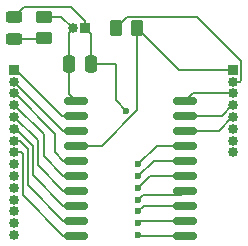
<source format=gbr>
%TF.GenerationSoftware,KiCad,Pcbnew,8.0.0*%
%TF.CreationDate,2024-03-24T15:12:36-05:00*%
%TF.ProjectId,PIC Developement Board v1.0,50494320-4465-4766-956c-6f70656d656e,rev?*%
%TF.SameCoordinates,Original*%
%TF.FileFunction,Copper,L1,Top*%
%TF.FilePolarity,Positive*%
%FSLAX46Y46*%
G04 Gerber Fmt 4.6, Leading zero omitted, Abs format (unit mm)*
G04 Created by KiCad (PCBNEW 8.0.0) date 2024-03-24 15:12:36*
%MOMM*%
%LPD*%
G01*
G04 APERTURE LIST*
G04 Aperture macros list*
%AMRoundRect*
0 Rectangle with rounded corners*
0 $1 Rounding radius*
0 $2 $3 $4 $5 $6 $7 $8 $9 X,Y pos of 4 corners*
0 Add a 4 corners polygon primitive as box body*
4,1,4,$2,$3,$4,$5,$6,$7,$8,$9,$2,$3,0*
0 Add four circle primitives for the rounded corners*
1,1,$1+$1,$2,$3*
1,1,$1+$1,$4,$5*
1,1,$1+$1,$6,$7*
1,1,$1+$1,$8,$9*
0 Add four rect primitives between the rounded corners*
20,1,$1+$1,$2,$3,$4,$5,0*
20,1,$1+$1,$4,$5,$6,$7,0*
20,1,$1+$1,$6,$7,$8,$9,0*
20,1,$1+$1,$8,$9,$2,$3,0*%
G04 Aperture macros list end*
%TA.AperFunction,SMDPad,CuDef*%
%ADD10RoundRect,0.243750X-0.456250X0.243750X-0.456250X-0.243750X0.456250X-0.243750X0.456250X0.243750X0*%
%TD*%
%TA.AperFunction,SMDPad,CuDef*%
%ADD11RoundRect,0.250000X-0.450000X0.262500X-0.450000X-0.262500X0.450000X-0.262500X0.450000X0.262500X0*%
%TD*%
%TA.AperFunction,ComponentPad*%
%ADD12R,0.850000X0.850000*%
%TD*%
%TA.AperFunction,ComponentPad*%
%ADD13O,0.850000X0.850000*%
%TD*%
%TA.AperFunction,SMDPad,CuDef*%
%ADD14RoundRect,0.250000X0.250000X0.475000X-0.250000X0.475000X-0.250000X-0.475000X0.250000X-0.475000X0*%
%TD*%
%TA.AperFunction,SMDPad,CuDef*%
%ADD15RoundRect,0.150000X-0.875000X-0.150000X0.875000X-0.150000X0.875000X0.150000X-0.875000X0.150000X0*%
%TD*%
%TA.AperFunction,SMDPad,CuDef*%
%ADD16RoundRect,0.250000X-0.262500X-0.450000X0.262500X-0.450000X0.262500X0.450000X-0.262500X0.450000X0*%
%TD*%
%TA.AperFunction,ViaPad*%
%ADD17C,0.600000*%
%TD*%
%TA.AperFunction,Conductor*%
%ADD18C,0.200000*%
%TD*%
G04 APERTURE END LIST*
D10*
%TO.P,D1,1,K*%
%TO.N,Earth*%
X141000000Y-89000000D03*
%TO.P,D1,2,A*%
%TO.N,Net-(D1-A)*%
X141000000Y-90875000D03*
%TD*%
D11*
%TO.P,R2,1*%
%TO.N,Net-(J1-Pin_2)*%
X143500000Y-89000000D03*
%TO.P,R2,2*%
%TO.N,Net-(D1-A)*%
X143500000Y-90825000D03*
%TD*%
D12*
%TO.P,J4,1,Pin_1*%
%TO.N,Earth*%
X147000000Y-90000000D03*
D13*
%TO.P,J4,2,Pin_2*%
%TO.N,Net-(J1-Pin_2)*%
X146000000Y-90000000D03*
%TD*%
D14*
%TO.P,C1,1*%
%TO.N,Earth*%
X147500000Y-93000000D03*
%TO.P,C1,2*%
%TO.N,Net-(J1-Pin_2)*%
X145600000Y-93000000D03*
%TD*%
D12*
%TO.P,J1,1,Pin_1*%
%TO.N,Net-(J1-Pin_1)*%
X159500000Y-93500000D03*
D13*
%TO.P,J1,2,Pin_2*%
%TO.N,Net-(J1-Pin_2)*%
X159500000Y-94500000D03*
%TO.P,J1,3,Pin_3*%
%TO.N,Earth*%
X159500000Y-95500000D03*
%TO.P,J1,4,Pin_4*%
%TO.N,Net-(J1-Pin_4)*%
X159500000Y-96500000D03*
%TO.P,J1,5,Pin_5*%
%TO.N,Net-(J1-Pin_5)*%
X159500000Y-97500000D03*
%TO.P,J1,6,Pin_6*%
%TO.N,unconnected-(J1-Pin_6-Pad6)*%
X159500000Y-98500000D03*
%TO.P,J1,7,Pin_7*%
%TO.N,unconnected-(J1-Pin_7-Pad7)*%
X159500000Y-99500000D03*
%TO.P,J1,8,Pin_8*%
%TO.N,unconnected-(J1-Pin_8-Pad8)*%
X159500000Y-100500000D03*
%TD*%
D15*
%TO.P,U1,1,Vdd*%
%TO.N,Net-(J1-Pin_2)*%
X146200000Y-96110000D03*
%TO.P,U1,2,RA5*%
%TO.N,Net-(J3-Pin_1)*%
X146200000Y-97380000D03*
%TO.P,U1,3,RA4*%
%TO.N,Net-(J3-Pin_2)*%
X146200000Y-98650000D03*
%TO.P,U1,4,Vpp/RA3*%
%TO.N,Net-(J1-Pin_1)*%
X146200000Y-99920000D03*
%TO.P,U1,5,RC5*%
%TO.N,Net-(J3-Pin_3)*%
X146200000Y-101190000D03*
%TO.P,U1,6,RC4*%
%TO.N,Net-(J3-Pin_4)*%
X146200000Y-102460000D03*
%TO.P,U1,7,RC3*%
%TO.N,Net-(J3-Pin_5)*%
X146200000Y-103730000D03*
%TO.P,U1,8,RC6*%
%TO.N,Net-(J3-Pin_6)*%
X146200000Y-105000000D03*
%TO.P,U1,9,RC7*%
%TO.N,Net-(J3-Pin_7)*%
X146200000Y-106270000D03*
%TO.P,U1,10,RB7*%
%TO.N,Net-(J3-Pin_8)*%
X146200000Y-107540000D03*
%TO.P,U1,11,RB6*%
%TO.N,Net-(J3-Pin_15)*%
X155500000Y-107540000D03*
%TO.P,U1,12,RB5*%
%TO.N,Net-(J3-Pin_14)*%
X155500000Y-106270000D03*
%TO.P,U1,13,RB4*%
%TO.N,Net-(J3-Pin_13)*%
X155500000Y-105000000D03*
%TO.P,U1,14,RC2*%
%TO.N,Net-(J3-Pin_12)*%
X155500000Y-103730000D03*
%TO.P,U1,15,RC1*%
%TO.N,Net-(J3-Pin_11)*%
X155500000Y-102460000D03*
%TO.P,U1,16,RC0*%
%TO.N,Net-(J3-Pin_10)*%
X155500000Y-101190000D03*
%TO.P,U1,17,RA2*%
%TO.N,Net-(J3-Pin_9)*%
X155500000Y-99920000D03*
%TO.P,U1,18,RA1/ICSPCLK*%
%TO.N,Net-(J1-Pin_5)*%
X155500000Y-98650000D03*
%TO.P,U1,19,RA0/ICSPDAT*%
%TO.N,Net-(J1-Pin_4)*%
X155500000Y-97380000D03*
%TO.P,U1,20,Vss*%
%TO.N,Earth*%
X155500000Y-96110000D03*
%TD*%
D16*
%TO.P,R1,1*%
%TO.N,Net-(J1-Pin_2)*%
X149587500Y-90000000D03*
%TO.P,R1,2*%
%TO.N,Net-(J1-Pin_1)*%
X151412500Y-90000000D03*
%TD*%
D12*
%TO.P,J3,1,Pin_1*%
%TO.N,Net-(J3-Pin_1)*%
X141000000Y-93500000D03*
D13*
%TO.P,J3,2,Pin_2*%
%TO.N,Net-(J3-Pin_2)*%
X141000000Y-94500000D03*
%TO.P,J3,3,Pin_3*%
%TO.N,Net-(J3-Pin_3)*%
X141000000Y-95500000D03*
%TO.P,J3,4,Pin_4*%
%TO.N,Net-(J3-Pin_4)*%
X141000000Y-96500000D03*
%TO.P,J3,5,Pin_5*%
%TO.N,Net-(J3-Pin_5)*%
X141000000Y-97500000D03*
%TO.P,J3,6,Pin_6*%
%TO.N,Net-(J3-Pin_6)*%
X141000000Y-98500000D03*
%TO.P,J3,7,Pin_7*%
%TO.N,Net-(J3-Pin_7)*%
X141000000Y-99500000D03*
%TO.P,J3,8,Pin_8*%
%TO.N,Net-(J3-Pin_8)*%
X141000000Y-100500000D03*
%TO.P,J3,9,Pin_9*%
%TO.N,Net-(J3-Pin_9)*%
X141000000Y-101500000D03*
%TO.P,J3,10,Pin_10*%
%TO.N,Net-(J3-Pin_10)*%
X141000000Y-102500000D03*
%TO.P,J3,11,Pin_11*%
%TO.N,Net-(J3-Pin_11)*%
X141000000Y-103500000D03*
%TO.P,J3,12,Pin_12*%
%TO.N,Net-(J3-Pin_12)*%
X141000000Y-104500000D03*
%TO.P,J3,13,Pin_13*%
%TO.N,Net-(J3-Pin_13)*%
X141000000Y-105500000D03*
%TO.P,J3,14,Pin_14*%
%TO.N,Net-(J3-Pin_14)*%
X141000000Y-106500000D03*
%TO.P,J3,15,Pin_15*%
%TO.N,Net-(J3-Pin_15)*%
X141000000Y-107500000D03*
%TD*%
D17*
%TO.N,Net-(J3-Pin_13)*%
X151500000Y-105500000D03*
%TO.N,Net-(J3-Pin_12)*%
X151500000Y-104500000D03*
%TO.N,Net-(J3-Pin_14)*%
X151500000Y-106500000D03*
%TO.N,Net-(J3-Pin_9)*%
X151500000Y-101500000D03*
%TO.N,Net-(J3-Pin_11)*%
X151500000Y-103500000D03*
%TO.N,Net-(J3-Pin_15)*%
X151500000Y-107500000D03*
%TO.N,Net-(J3-Pin_10)*%
X151500000Y-102500000D03*
%TO.N,Earth*%
X150500000Y-97000000D03*
%TD*%
D18*
%TO.N,Net-(J1-Pin_2)*%
X156450000Y-89000000D02*
X150587500Y-89000000D01*
X160225000Y-92775000D02*
X156450000Y-89000000D01*
X160225000Y-94376040D02*
X160225000Y-92775000D01*
X160101040Y-94500000D02*
X160225000Y-94376040D01*
X159500000Y-94500000D02*
X160101040Y-94500000D01*
X150587500Y-89000000D02*
X149587500Y-90000000D01*
%TO.N,Net-(D1-A)*%
X143450000Y-90875000D02*
X143500000Y-90825000D01*
X141000000Y-90875000D02*
X143450000Y-90875000D01*
%TO.N,Net-(J1-Pin_2)*%
X145600000Y-93000000D02*
X145600000Y-90400000D01*
X145600000Y-90400000D02*
X146000000Y-90000000D01*
X145600000Y-93000000D02*
X145600000Y-95510000D01*
X145600000Y-95510000D02*
X146200000Y-96110000D01*
X145000000Y-89000000D02*
X146000000Y-90000000D01*
X143500000Y-89000000D02*
X145000000Y-89000000D01*
%TO.N,Net-(J1-Pin_1)*%
X148428529Y-99920000D02*
X151412500Y-96936029D01*
X146200000Y-99920000D02*
X148428529Y-99920000D01*
X154912500Y-93500000D02*
X151412500Y-90000000D01*
X151412500Y-96936029D02*
X151412500Y-90000000D01*
X159500000Y-93500000D02*
X154912500Y-93500000D01*
%TO.N,Net-(J1-Pin_5)*%
X159474695Y-97500000D02*
X159500000Y-97500000D01*
X158324695Y-98650000D02*
X159474695Y-97500000D01*
X155500000Y-98650000D02*
X158324695Y-98650000D01*
%TO.N,Net-(J1-Pin_4)*%
X158594695Y-97380000D02*
X159474695Y-96500000D01*
X155500000Y-97380000D02*
X158594695Y-97380000D01*
X159474695Y-96500000D02*
X159500000Y-96500000D01*
%TO.N,Net-(J3-Pin_13)*%
X155500000Y-105000000D02*
X152000000Y-105000000D01*
X152000000Y-105000000D02*
X151500000Y-105500000D01*
%TO.N,Net-(J3-Pin_12)*%
X155500000Y-103730000D02*
X155130000Y-104100000D01*
X151900000Y-104100000D02*
X151500000Y-104500000D01*
X155130000Y-104100000D02*
X151900000Y-104100000D01*
%TO.N,Net-(J3-Pin_8)*%
X141725000Y-104089999D02*
X141725000Y-100623960D01*
X141601040Y-100500000D02*
X141000000Y-100500000D01*
X141725000Y-100623960D02*
X141601040Y-100500000D01*
X145175001Y-107540000D02*
X141725000Y-104089999D01*
X146200000Y-107540000D02*
X145175001Y-107540000D01*
%TO.N,Net-(J3-Pin_14)*%
X151730000Y-106270000D02*
X151500000Y-106500000D01*
X155500000Y-106270000D02*
X151730000Y-106270000D01*
%TO.N,Net-(J3-Pin_9)*%
X153080000Y-99920000D02*
X151500000Y-101500000D01*
X155500000Y-99920000D02*
X153080000Y-99920000D01*
%TO.N,Net-(J3-Pin_11)*%
X152540000Y-102460000D02*
X151500000Y-103500000D01*
X155500000Y-102460000D02*
X152540000Y-102460000D01*
%TO.N,Net-(J3-Pin_15)*%
X155500000Y-107540000D02*
X151540000Y-107540000D01*
X151540000Y-107540000D02*
X151500000Y-107500000D01*
%TO.N,Net-(J3-Pin_10)*%
X155500000Y-101190000D02*
X152810000Y-101190000D01*
X152810000Y-101190000D02*
X151500000Y-102500000D01*
%TO.N,Net-(J3-Pin_4)*%
X143500000Y-98974695D02*
X141025305Y-96500000D01*
X145175001Y-102460000D02*
X143500000Y-100784999D01*
X143500000Y-100784999D02*
X143500000Y-98974695D01*
X141025305Y-96500000D02*
X141000000Y-96500000D01*
X146200000Y-102460000D02*
X145175001Y-102460000D01*
%TO.N,Net-(J3-Pin_3)*%
X144479657Y-98913971D02*
X141065686Y-95500000D01*
X141065686Y-95500000D02*
X141000000Y-95500000D01*
X145175001Y-101190000D02*
X144479657Y-100494656D01*
X144479657Y-100494656D02*
X144479657Y-98913971D01*
X146200000Y-101190000D02*
X145175001Y-101190000D01*
%TO.N,Net-(J3-Pin_7)*%
X141500000Y-99500000D02*
X141000000Y-99500000D01*
X145175001Y-106270000D02*
X142200000Y-103294999D01*
X142200000Y-103294999D02*
X142200000Y-100200000D01*
X142200000Y-100200000D02*
X141500000Y-99500000D01*
X146200000Y-106270000D02*
X145175001Y-106270000D01*
%TO.N,Net-(J3-Pin_1)*%
X146200000Y-97380000D02*
X145046726Y-97380000D01*
X141166726Y-93500000D02*
X141000000Y-93500000D01*
X145046726Y-97380000D02*
X141166726Y-93500000D01*
%TO.N,Net-(J3-Pin_6)*%
X142600000Y-102424999D02*
X142600000Y-99933274D01*
X142600000Y-99933274D02*
X141166726Y-98500000D01*
X141166726Y-98500000D02*
X141000000Y-98500000D01*
X145175001Y-105000000D02*
X142600000Y-102424999D01*
X146200000Y-105000000D02*
X145175001Y-105000000D01*
%TO.N,Net-(J3-Pin_5)*%
X143000000Y-101554999D02*
X143000000Y-99474696D01*
X145175001Y-103730000D02*
X143000000Y-101554999D01*
X146200000Y-103730000D02*
X145175001Y-103730000D01*
X141025304Y-97500000D02*
X141000000Y-97500000D01*
X143000000Y-99474696D02*
X141025304Y-97500000D01*
%TO.N,Net-(J3-Pin_2)*%
X146200000Y-98650000D02*
X145175001Y-98650000D01*
X141025001Y-94500000D02*
X141000000Y-94500000D01*
X145175001Y-98650000D02*
X141025001Y-94500000D01*
%TO.N,Earth*%
X149600000Y-93000000D02*
X147500000Y-93000000D01*
X155500000Y-96110000D02*
X156110000Y-95500000D01*
X156110000Y-95500000D02*
X159500000Y-95500000D01*
X141812500Y-88187500D02*
X145812500Y-88187500D01*
X149600000Y-93000000D02*
X149600000Y-96100000D01*
X141000000Y-89000000D02*
X141812500Y-88187500D01*
X147500000Y-93000000D02*
X147500000Y-90500000D01*
X149600000Y-96100000D02*
X150500000Y-97000000D01*
X147500000Y-90500000D02*
X147000000Y-90000000D01*
X145812500Y-88187500D02*
X147000000Y-89375000D01*
X147000000Y-89375000D02*
X147000000Y-90000000D01*
%TD*%
M02*

</source>
